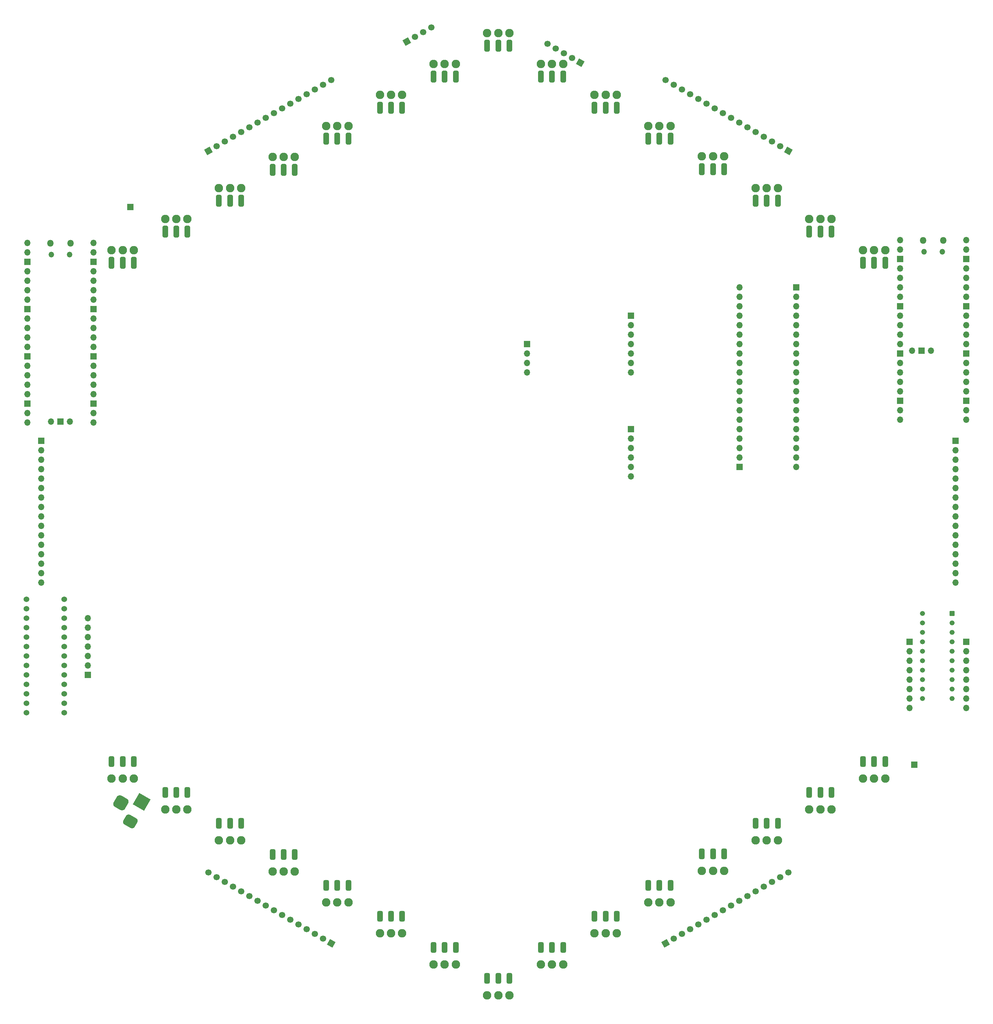
<source format=gts>
%TF.GenerationSoftware,KiCad,Pcbnew,7.0.9*%
%TF.CreationDate,2024-01-04T10:45:34-06:00*%
%TF.ProjectId,HexDisplayPCB,48657844-6973-4706-9c61-795043422e6b,rev?*%
%TF.SameCoordinates,Original*%
%TF.FileFunction,Soldermask,Top*%
%TF.FilePolarity,Negative*%
%FSLAX46Y46*%
G04 Gerber Fmt 4.6, Leading zero omitted, Abs format (unit mm)*
G04 Created by KiCad (PCBNEW 7.0.9) date 2024-01-04 10:45:34*
%MOMM*%
%LPD*%
G01*
G04 APERTURE LIST*
G04 Aperture macros list*
%AMRoundRect*
0 Rectangle with rounded corners*
0 $1 Rounding radius*
0 $2 $3 $4 $5 $6 $7 $8 $9 X,Y pos of 4 corners*
0 Add a 4 corners polygon primitive as box body*
4,1,4,$2,$3,$4,$5,$6,$7,$8,$9,$2,$3,0*
0 Add four circle primitives for the rounded corners*
1,1,$1+$1,$2,$3*
1,1,$1+$1,$4,$5*
1,1,$1+$1,$6,$7*
1,1,$1+$1,$8,$9*
0 Add four rect primitives between the rounded corners*
20,1,$1+$1,$2,$3,$4,$5,0*
20,1,$1+$1,$4,$5,$6,$7,0*
20,1,$1+$1,$6,$7,$8,$9,0*
20,1,$1+$1,$8,$9,$2,$3,0*%
%AMHorizOval*
0 Thick line with rounded ends*
0 $1 width*
0 $2 $3 position (X,Y) of the first rounded end (center of the circle)*
0 $4 $5 position (X,Y) of the second rounded end (center of the circle)*
0 Add line between two ends*
20,1,$1,$2,$3,$4,$5,0*
0 Add two circle primitives to create the rounded ends*
1,1,$1,$2,$3*
1,1,$1,$4,$5*%
%AMRotRect*
0 Rectangle, with rotation*
0 The origin of the aperture is its center*
0 $1 length*
0 $2 width*
0 $3 Rotation angle, in degrees counterclockwise*
0 Add horizontal line*
21,1,$1,$2,0,0,$3*%
G04 Aperture macros list end*
%ADD10C,1.524000*%
%ADD11RoundRect,0.381000X-0.381000X1.190500X-0.381000X-1.190500X0.381000X-1.190500X0.381000X1.190500X0*%
%ADD12RoundRect,0.381000X-0.381000X1.025500X-0.381000X-1.025500X0.381000X-1.025500X0.381000X1.025500X0*%
%ADD13C,2.286000*%
%ADD14R,1.700000X1.700000*%
%ADD15O,1.700000X1.700000*%
%ADD16HorizOval,1.700000X0.000000X0.000000X0.000000X0.000000X0*%
%ADD17RotRect,1.700000X1.700000X60.000000*%
%ADD18RotRect,3.500000X3.500000X60.000000*%
%ADD19RoundRect,0.750000X0.491025X-1.149519X1.241025X0.149519X-0.491025X1.149519X-1.241025X-0.149519X0*%
%ADD20RoundRect,0.875000X0.320272X-1.195272X1.195272X0.320272X-0.320272X1.195272X-1.195272X-0.320272X0*%
%ADD21RoundRect,0.102000X0.565000X0.565000X-0.565000X0.565000X-0.565000X-0.565000X0.565000X-0.565000X0*%
%ADD22C,1.334000*%
%ADD23HorizOval,1.700000X0.000000X0.000000X0.000000X0.000000X0*%
%ADD24RotRect,1.700000X1.700000X300.000000*%
%ADD25O,1.800000X1.800000*%
%ADD26O,1.500000X1.500000*%
G04 APERTURE END LIST*
D10*
%TO.C,U2*%
X224790000Y-234950000D03*
X224790000Y-237490000D03*
X224790000Y-240030000D03*
X224790000Y-242570000D03*
X224790000Y-245110000D03*
X224790000Y-247650000D03*
X224790000Y-250190000D03*
X224790000Y-252730000D03*
X224790000Y-252730000D03*
X224790000Y-255270000D03*
X224790000Y-257810000D03*
X224790000Y-260350000D03*
X224790000Y-262890000D03*
X224790000Y-265430000D03*
X214630000Y-234950000D03*
X214630000Y-237490000D03*
X214630000Y-240030000D03*
X214630000Y-242570000D03*
X214630000Y-245110000D03*
X214630000Y-247650000D03*
X214630000Y-250190000D03*
X214630000Y-252730000D03*
X214630000Y-255270000D03*
X214630000Y-257810000D03*
X214630000Y-260350000D03*
X214630000Y-262890000D03*
X214630000Y-265430000D03*
%TD*%
D11*
%TO.C,A12*%
X367398054Y-102860167D03*
X370398054Y-102860167D03*
X373398054Y-102860167D03*
D12*
X367398054Y-320182167D03*
X370398054Y-320182167D03*
X373398054Y-320182167D03*
D13*
X373398054Y-99446667D03*
X370398054Y-99446667D03*
X367398054Y-99446667D03*
X373398054Y-324746667D03*
X370398054Y-324746667D03*
X367398054Y-324746667D03*
%TD*%
D11*
%TO.C,A2*%
X251926054Y-136193500D03*
X254926054Y-136193500D03*
X257926054Y-136193500D03*
D12*
X251926054Y-286875500D03*
X254926054Y-286875500D03*
X257926054Y-286875500D03*
D13*
X257926054Y-132780000D03*
X254926054Y-132780000D03*
X251926054Y-132780000D03*
X257926054Y-291440000D03*
X254926054Y-291440000D03*
X251926054Y-291440000D03*
%TD*%
D11*
%TO.C,A4*%
X280794054Y-119526834D03*
X283794054Y-119526834D03*
X286794054Y-119526834D03*
D12*
X280794054Y-303528834D03*
X283794054Y-303528834D03*
X286794054Y-303528834D03*
D13*
X286794054Y-116113334D03*
X283794054Y-116113334D03*
X280794054Y-116113334D03*
X286794054Y-308093334D03*
X283794054Y-308093334D03*
X280794054Y-308093334D03*
%TD*%
D11*
%TO.C,A7*%
X324096054Y-94526834D03*
X327096054Y-94526834D03*
X330096054Y-94526834D03*
D12*
X324096054Y-328508834D03*
X327096054Y-328508834D03*
X330096054Y-328508834D03*
D13*
X330096054Y-91113334D03*
X327096054Y-91113334D03*
X324096054Y-91113334D03*
X330096054Y-333073334D03*
X327096054Y-333073334D03*
X324096054Y-333073334D03*
%TD*%
D11*
%TO.C,A3*%
X266360054Y-127860167D03*
X269360054Y-127860167D03*
X272360054Y-127860167D03*
D12*
X266360054Y-295202167D03*
X269360054Y-295202167D03*
X272360054Y-295202167D03*
D13*
X272360054Y-124446667D03*
X269360054Y-124446667D03*
X266360054Y-124446667D03*
X272360054Y-299766667D03*
X269360054Y-299766667D03*
X266360054Y-299766667D03*
%TD*%
D11*
%TO.C,A6*%
X309662054Y-102860167D03*
X312662054Y-102860167D03*
X315662054Y-102860167D03*
D12*
X309662054Y-320182167D03*
X312662054Y-320182167D03*
X315662054Y-320182167D03*
D13*
X315662054Y-99446667D03*
X312662054Y-99446667D03*
X309662054Y-99446667D03*
X315662054Y-324746667D03*
X312662054Y-324746667D03*
X309662054Y-324746667D03*
%TD*%
%TO.C,A17*%
X445568054Y-141113334D03*
X442568054Y-141113334D03*
X439568054Y-141113334D03*
X445568054Y-283113334D03*
X442568054Y-283113334D03*
X439568054Y-283113334D03*
D11*
X439568054Y-144526834D03*
X442568054Y-144526834D03*
X445568054Y-144526834D03*
D12*
X439568054Y-278548834D03*
X442568054Y-278548834D03*
X445568054Y-278548834D03*
%TD*%
D13*
%TO.C,A1*%
X243492054Y-141113334D03*
X240492054Y-141113334D03*
X237492054Y-141113334D03*
X243492054Y-283113334D03*
X240492054Y-283113334D03*
X237492054Y-283113334D03*
D11*
X237492054Y-144526834D03*
X240492054Y-144526834D03*
X243492054Y-144526834D03*
D12*
X237492054Y-278548834D03*
X240492054Y-278548834D03*
X243492054Y-278548834D03*
%TD*%
D11*
%TO.C,A15*%
X410700054Y-127860167D03*
X413700054Y-127860167D03*
X416700054Y-127860167D03*
D12*
X410700054Y-295202167D03*
X413700054Y-295202167D03*
X416700054Y-295202167D03*
D13*
X416700054Y-124446667D03*
X413700054Y-124446667D03*
X410700054Y-124446667D03*
X416700054Y-299766667D03*
X413700054Y-299766667D03*
X410700054Y-299766667D03*
%TD*%
D11*
%TO.C,A14*%
X396240000Y-119380000D03*
X399240000Y-119380000D03*
X402240000Y-119380000D03*
D12*
X396240000Y-303382000D03*
X399240000Y-303382000D03*
X402240000Y-303382000D03*
D13*
X402240000Y-115966500D03*
X399240000Y-115966500D03*
X396240000Y-115966500D03*
X402240000Y-307946500D03*
X399240000Y-307946500D03*
X396240000Y-307946500D03*
%TD*%
D11*
%TO.C,A16*%
X425134054Y-136193500D03*
X428134054Y-136193500D03*
X431134054Y-136193500D03*
D12*
X425134054Y-286875500D03*
X428134054Y-286875500D03*
X431134054Y-286875500D03*
D13*
X431134054Y-132780000D03*
X428134054Y-132780000D03*
X425134054Y-132780000D03*
X431134054Y-291440000D03*
X428134054Y-291440000D03*
X425134054Y-291440000D03*
%TD*%
D11*
%TO.C,A11*%
X352964054Y-94526834D03*
X355964054Y-94526834D03*
X358964054Y-94526834D03*
D12*
X352964054Y-328508834D03*
X355964054Y-328508834D03*
X358964054Y-328508834D03*
D13*
X358964054Y-91113334D03*
X355964054Y-91113334D03*
X352964054Y-91113334D03*
X358964054Y-333073334D03*
X355964054Y-333073334D03*
X352964054Y-333073334D03*
%TD*%
D11*
%TO.C,A8*%
X338530054Y-86193500D03*
X341530054Y-86193500D03*
X344530054Y-86193500D03*
D12*
X338530054Y-336835500D03*
X341530054Y-336835500D03*
X344530054Y-336835500D03*
D13*
X344530054Y-82780000D03*
X341530054Y-82780000D03*
X338530054Y-82780000D03*
X344530054Y-341400000D03*
X341530054Y-341400000D03*
X338530054Y-341400000D03*
%TD*%
D11*
%TO.C,A13*%
X381832054Y-111193500D03*
X384832054Y-111193500D03*
X387832054Y-111193500D03*
D12*
X381832054Y-311855500D03*
X384832054Y-311855500D03*
X387832054Y-311855500D03*
D13*
X387832054Y-107780000D03*
X384832054Y-107780000D03*
X381832054Y-107780000D03*
X387832054Y-316420000D03*
X384832054Y-316420000D03*
X381832054Y-316420000D03*
%TD*%
D11*
%TO.C,A5*%
X295228054Y-111193500D03*
X298228054Y-111193500D03*
X301228054Y-111193500D03*
D12*
X295228054Y-311855500D03*
X298228054Y-311855500D03*
X301228054Y-311855500D03*
D13*
X301228054Y-107780000D03*
X298228054Y-107780000D03*
X295228054Y-107780000D03*
X301228054Y-316420000D03*
X298228054Y-316420000D03*
X295228054Y-316420000D03*
%TD*%
D14*
%TO.C,J1*%
X406400000Y-199390000D03*
D15*
X406400000Y-196850000D03*
X406400000Y-194310000D03*
X406400000Y-191770000D03*
X406400000Y-189230000D03*
X406400000Y-186690000D03*
X406400000Y-184150000D03*
X406400000Y-181610000D03*
X406400000Y-179070000D03*
X406400000Y-176530000D03*
X406400000Y-173990000D03*
X406400000Y-171450000D03*
X406400000Y-168910000D03*
X406400000Y-166370000D03*
X406400000Y-163830000D03*
X406400000Y-161290000D03*
X406400000Y-158750000D03*
X406400000Y-156210000D03*
X406400000Y-153670000D03*
X406400000Y-151130000D03*
%TD*%
D14*
%TO.C,RTC1*%
X377190000Y-189230000D03*
D15*
X377190000Y-191770000D03*
X377190000Y-194310000D03*
X377190000Y-196850000D03*
X377190000Y-199390000D03*
X377190000Y-201930000D03*
%TD*%
D14*
%TO.C,LED_DATA_IN1*%
X242570000Y-129540000D03*
%TD*%
D16*
%TO.C,J7*%
X386513339Y-95431368D03*
X388713044Y-96701368D03*
X390912748Y-97971368D03*
X393112453Y-99241368D03*
X395312157Y-100511368D03*
X397511862Y-101781368D03*
X399711566Y-103051368D03*
X401911271Y-104321368D03*
X404110975Y-105591368D03*
X406310680Y-106861368D03*
X408510384Y-108131368D03*
X410710089Y-109401368D03*
X412909793Y-110671368D03*
X415109498Y-111941368D03*
X417309202Y-113211368D03*
D17*
X419508907Y-114481368D03*
%TD*%
D14*
%TO.C,STEPPER_1-4*%
X452120000Y-246380000D03*
D15*
X452120000Y-248920000D03*
X452120000Y-251460000D03*
X452120000Y-254000000D03*
X452120000Y-256540000D03*
X452120000Y-259080000D03*
X452120000Y-261620000D03*
X452120000Y-264160000D03*
%TD*%
D16*
%TO.C,J4*%
X263550664Y-308411173D03*
X265750369Y-309681173D03*
X267950073Y-310951173D03*
X270149778Y-312221173D03*
X272349482Y-313491173D03*
X274549187Y-314761173D03*
X276748891Y-316031173D03*
X278948596Y-317301173D03*
X281148300Y-318571173D03*
X283348005Y-319841173D03*
X285547709Y-321111173D03*
X287747414Y-322381173D03*
X289947118Y-323651173D03*
X292146823Y-324921173D03*
X294346527Y-326191173D03*
D17*
X296546232Y-327461173D03*
%TD*%
D15*
%TO.C,J3*%
X464493692Y-230497106D03*
X464493692Y-227957106D03*
X464493692Y-225417106D03*
X464493692Y-222877106D03*
X464493692Y-220337106D03*
X464493692Y-217797106D03*
X464493692Y-215257106D03*
X464493692Y-212717106D03*
X464493692Y-210177106D03*
X464493692Y-207637106D03*
X464493692Y-205097106D03*
X464493692Y-202557106D03*
X464493692Y-200017106D03*
X464493692Y-197477106D03*
X464493692Y-194937106D03*
D14*
X464493692Y-192397106D03*
%TD*%
D15*
%TO.C,J5*%
X218566052Y-230496439D03*
X218566052Y-227956439D03*
X218566052Y-225416439D03*
X218566052Y-222876439D03*
X218566052Y-220336439D03*
X218566052Y-217796439D03*
X218566052Y-215256439D03*
X218566052Y-212716439D03*
X218566052Y-210176439D03*
X218566052Y-207636439D03*
X218566052Y-205096439D03*
X218566052Y-202556439D03*
X218566052Y-200016439D03*
X218566052Y-197476439D03*
X218566052Y-194936439D03*
D14*
X218566052Y-192396439D03*
%TD*%
%TO.C,J2*%
X421640000Y-151130000D03*
D15*
X421640000Y-153670000D03*
X421640000Y-156210000D03*
X421640000Y-158750000D03*
X421640000Y-161290000D03*
X421640000Y-163830000D03*
X421640000Y-166370000D03*
X421640000Y-168910000D03*
X421640000Y-171450000D03*
X421640000Y-173990000D03*
X421640000Y-176530000D03*
X421640000Y-179070000D03*
X421640000Y-181610000D03*
X421640000Y-184150000D03*
X421640000Y-186690000D03*
X421640000Y-189230000D03*
X421640000Y-191770000D03*
X421640000Y-194310000D03*
X421640000Y-196850000D03*
X421640000Y-199390000D03*
%TD*%
D18*
%TO.C,J30*%
X245570000Y-289443848D03*
D19*
X242570000Y-294640000D03*
D20*
X239999681Y-289691924D03*
%TD*%
D17*
%TO.C,AmbientLightSensor1*%
X363514705Y-90805000D03*
D16*
X361315000Y-89535000D03*
X359115296Y-88265000D03*
X356915591Y-86995000D03*
X354715887Y-85725000D03*
%TD*%
D14*
%TO.C,MAX98357*%
X377190000Y-158750000D03*
D15*
X377190000Y-161290000D03*
X377190000Y-163830000D03*
X377190000Y-166370000D03*
X377190000Y-168910000D03*
X377190000Y-171450000D03*
X377190000Y-173990000D03*
%TD*%
D21*
%TO.C,U1*%
X463550000Y-238760000D03*
D22*
X463550000Y-241300000D03*
X463550000Y-243840000D03*
X463550000Y-246380000D03*
X463550000Y-248920000D03*
X463550000Y-251460000D03*
X463550000Y-254000000D03*
X463550000Y-256540000D03*
X463550000Y-259080000D03*
X463550000Y-261620000D03*
X455610000Y-261620000D03*
X455610000Y-259080000D03*
X455610000Y-256540000D03*
X455610000Y-254000000D03*
X455610000Y-251460000D03*
X455610000Y-248920000D03*
X455610000Y-246380000D03*
X455610000Y-243840000D03*
X455610000Y-241300000D03*
X455610000Y-238760000D03*
%TD*%
D14*
%TO.C,LED_DATA_OUT1*%
X453390000Y-279400000D03*
%TD*%
D23*
%TO.C,J8*%
X419509543Y-308412485D03*
X417309838Y-309682485D03*
X415110134Y-310952485D03*
X412910429Y-312222485D03*
X410710725Y-313492485D03*
X408511020Y-314762485D03*
X406311316Y-316032485D03*
X404111611Y-317302485D03*
X401911907Y-318572485D03*
X399712202Y-319842485D03*
X397512498Y-321112485D03*
X395312793Y-322382485D03*
X393113089Y-323652485D03*
X390913384Y-324922485D03*
X388713680Y-326192485D03*
D24*
X386513975Y-327462485D03*
%TD*%
D23*
%TO.C,J6*%
X296546160Y-95431217D03*
X294346455Y-96701217D03*
X292146751Y-97971217D03*
X289947046Y-99241217D03*
X287747342Y-100511217D03*
X285547637Y-101781217D03*
X283347933Y-103051217D03*
X281148228Y-104321217D03*
X278948524Y-105591217D03*
X276748819Y-106861217D03*
X274549115Y-108131217D03*
X272349410Y-109401217D03*
X270149706Y-110671217D03*
X267950001Y-111941217D03*
X265750297Y-113211217D03*
D24*
X263550592Y-114481217D03*
%TD*%
%TO.C,I2CBreakout1*%
X316910591Y-85090000D03*
D23*
X319110296Y-83820000D03*
X321310000Y-82550000D03*
X323509705Y-81280000D03*
%TD*%
D14*
%TO.C,Keypad1*%
X231140000Y-255270000D03*
D15*
X231140000Y-252730000D03*
X231140000Y-250190000D03*
X231140000Y-247650000D03*
X231140000Y-245110000D03*
X231140000Y-242570000D03*
X231140000Y-240030000D03*
%TD*%
D25*
%TO.C,PicoProbe1*%
X226485000Y-139325000D03*
D26*
X226185000Y-142355000D03*
X221335000Y-142355000D03*
D25*
X221035000Y-139325000D03*
D15*
X232650000Y-139195000D03*
X232650000Y-141735000D03*
D14*
X232650000Y-144275000D03*
D15*
X232650000Y-146815000D03*
X232650000Y-149355000D03*
X232650000Y-151895000D03*
X232650000Y-154435000D03*
D14*
X232650000Y-156975000D03*
D15*
X232650000Y-159515000D03*
X232650000Y-162055000D03*
X232650000Y-164595000D03*
X232650000Y-167135000D03*
D14*
X232650000Y-169675000D03*
D15*
X232650000Y-172215000D03*
X232650000Y-174755000D03*
X232650000Y-177295000D03*
X232650000Y-179835000D03*
D14*
X232650000Y-182375000D03*
D15*
X232650000Y-184915000D03*
X232650000Y-187455000D03*
X214870000Y-187455000D03*
X214870000Y-184915000D03*
D14*
X214870000Y-182375000D03*
D15*
X214870000Y-179835000D03*
X214870000Y-177295000D03*
X214870000Y-174755000D03*
X214870000Y-172215000D03*
D14*
X214870000Y-169675000D03*
D15*
X214870000Y-167135000D03*
X214870000Y-164595000D03*
X214870000Y-162055000D03*
X214870000Y-159515000D03*
D14*
X214870000Y-156975000D03*
D15*
X214870000Y-154435000D03*
X214870000Y-151895000D03*
X214870000Y-149355000D03*
X214870000Y-146815000D03*
D14*
X214870000Y-144275000D03*
D15*
X214870000Y-141735000D03*
X214870000Y-139195000D03*
X226300000Y-187225000D03*
D14*
X223760000Y-187225000D03*
D15*
X221220000Y-187225000D03*
%TD*%
D14*
%TO.C,STEPPER_4-8*%
X467360000Y-246380000D03*
D15*
X467360000Y-248920000D03*
X467360000Y-251460000D03*
X467360000Y-254000000D03*
X467360000Y-256540000D03*
X467360000Y-259080000D03*
X467360000Y-261620000D03*
X467360000Y-264160000D03*
%TD*%
D14*
%TO.C,MAX98357_BREAKOUT1*%
X349250000Y-166370000D03*
D15*
X349250000Y-168910000D03*
X349250000Y-171450000D03*
X349250000Y-173990000D03*
%TD*%
D25*
%TO.C,MasterControlPico1*%
X461195000Y-138560000D03*
D26*
X460895000Y-141590000D03*
X456045000Y-141590000D03*
D25*
X455745000Y-138560000D03*
D15*
X467360000Y-138430000D03*
X467360000Y-140970000D03*
D14*
X467360000Y-143510000D03*
D15*
X467360000Y-146050000D03*
X467360000Y-148590000D03*
X467360000Y-151130000D03*
X467360000Y-153670000D03*
D14*
X467360000Y-156210000D03*
D15*
X467360000Y-158750000D03*
X467360000Y-161290000D03*
X467360000Y-163830000D03*
X467360000Y-166370000D03*
D14*
X467360000Y-168910000D03*
D15*
X467360000Y-171450000D03*
X467360000Y-173990000D03*
X467360000Y-176530000D03*
X467360000Y-179070000D03*
D14*
X467360000Y-181610000D03*
D15*
X467360000Y-184150000D03*
X467360000Y-186690000D03*
X449580000Y-186690000D03*
X449580000Y-184150000D03*
D14*
X449580000Y-181610000D03*
D15*
X449580000Y-179070000D03*
X449580000Y-176530000D03*
X449580000Y-173990000D03*
X449580000Y-171450000D03*
D14*
X449580000Y-168910000D03*
D15*
X449580000Y-166370000D03*
X449580000Y-163830000D03*
X449580000Y-161290000D03*
X449580000Y-158750000D03*
D14*
X449580000Y-156210000D03*
D15*
X449580000Y-153670000D03*
X449580000Y-151130000D03*
X449580000Y-148590000D03*
X449580000Y-146050000D03*
D14*
X449580000Y-143510000D03*
D15*
X449580000Y-140970000D03*
X449580000Y-138430000D03*
X457885900Y-168160000D03*
D14*
X455345900Y-168160000D03*
D15*
X452805900Y-168160000D03*
%TD*%
M02*

</source>
